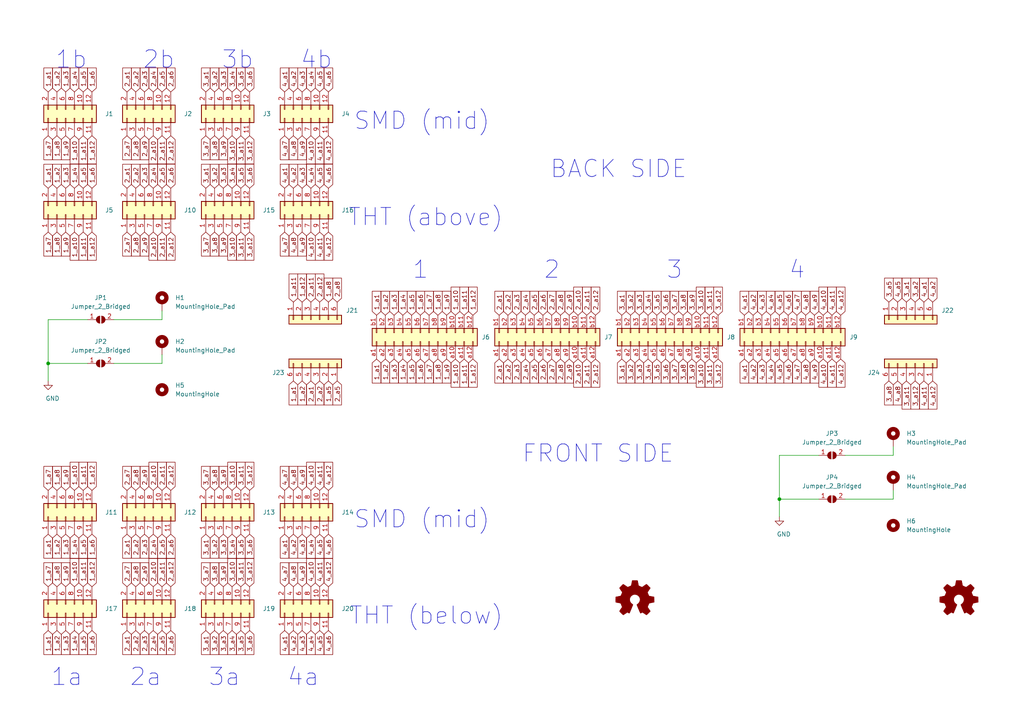
<source format=kicad_sch>
(kicad_sch (version 20210621) (generator eeschema)
  (paper "A4")
  (lib_symbols
    (symbol "Connector_Generic:Conn_01x06" (pin_names (offset 1.016) hide)
      (property "Reference" "J" (at 0 7.62 0))
      (property "Value" "Conn_01x06" (at 0 -10.16 0))
      (symbol "Conn_01x06_1_1"
        (pin passive line (at -5.08 5.08 0) (length 3.81) (name "Pin_1") (number "1"))
        (pin passive line (at -5.08 2.54 0) (length 3.81) (name "Pin_2") (number "2"))
        (pin passive line (at -5.08 0 0) (length 3.81) (name "Pin_3") (number "3"))
        (pin passive line (at -5.08 -2.54 0) (length 3.81) (name "Pin_4") (number "4"))
        (pin passive line (at -5.08 -5.08 0) (length 3.81) (name "Pin_5") (number "5"))
        (pin passive line (at -5.08 -7.62 0) (length 3.81) (name "Pin_6") (number "6"))
      )
    )
    (symbol "Connector_Generic:Conn_02x06_Odd_Even" (pin_names (offset 1.016) hide)
      (property "Reference" "J" (at 1.27 7.62 0))
      (property "Value" "Conn_02x06_Odd_Even" (at 1.27 -10.16 0))
      (symbol "Conn_02x06_Odd_Even_1_1"
        (pin passive line (at -5.08 5.08 0) (length 3.81) (name "Pin_1") (number "1"))
        (pin passive line (at 7.62 -5.08 180) (length 3.81) (name "Pin_10") (number "10"))
        (pin passive line (at -5.08 -7.62 0) (length 3.81) (name "Pin_11") (number "11"))
        (pin passive line (at 7.62 -7.62 180) (length 3.81) (name "Pin_12") (number "12"))
        (pin passive line (at 7.62 5.08 180) (length 3.81) (name "Pin_2") (number "2"))
        (pin passive line (at -5.08 2.54 0) (length 3.81) (name "Pin_3") (number "3"))
        (pin passive line (at 7.62 2.54 180) (length 3.81) (name "Pin_4") (number "4"))
        (pin passive line (at -5.08 0 0) (length 3.81) (name "Pin_5") (number "5"))
        (pin passive line (at 7.62 0 180) (length 3.81) (name "Pin_6") (number "6"))
        (pin passive line (at -5.08 -2.54 0) (length 3.81) (name "Pin_7") (number "7"))
        (pin passive line (at 7.62 -2.54 180) (length 3.81) (name "Pin_8") (number "8"))
        (pin passive line (at -5.08 -5.08 0) (length 3.81) (name "Pin_9") (number "9"))
      )
    )
    (symbol "Connector_Generic:Conn_02x12_Row_Letter_First" (pin_names (offset 1.016) hide)
      (property "Reference" "J" (at 1.27 15.24 0))
      (property "Value" "Conn_02x12_Row_Letter_First" (at 1.27 -17.78 0))
      (symbol "Conn_02x12_Row_Letter_First_1_1"
        (pin passive line (at -5.08 12.7 0) (length 3.81) (name "Pin_a1") (number "a1"))
        (pin passive line (at -5.08 -10.16 0) (length 3.81) (name "Pin_a10") (number "a10"))
        (pin passive line (at -5.08 -12.7 0) (length 3.81) (name "Pin_a11") (number "a11"))
        (pin passive line (at -5.08 -15.24 0) (length 3.81) (name "Pin_a12") (number "a12"))
        (pin passive line (at -5.08 10.16 0) (length 3.81) (name "Pin_a2") (number "a2"))
        (pin passive line (at -5.08 7.62 0) (length 3.81) (name "Pin_a3") (number "a3"))
        (pin passive line (at -5.08 5.08 0) (length 3.81) (name "Pin_a4") (number "a4"))
        (pin passive line (at -5.08 2.54 0) (length 3.81) (name "Pin_a5") (number "a5"))
        (pin passive line (at -5.08 0 0) (length 3.81) (name "Pin_a6") (number "a6"))
        (pin passive line (at -5.08 -2.54 0) (length 3.81) (name "Pin_a7") (number "a7"))
        (pin passive line (at -5.08 -5.08 0) (length 3.81) (name "Pin_a8") (number "a8"))
        (pin passive line (at -5.08 -7.62 0) (length 3.81) (name "Pin_a9") (number "a9"))
        (pin passive line (at 7.62 12.7 180) (length 3.81) (name "Pin_b1") (number "b1"))
        (pin passive line (at 7.62 -10.16 180) (length 3.81) (name "Pin_b10") (number "b10"))
        (pin passive line (at 7.62 -12.7 180) (length 3.81) (name "Pin_b11") (number "b11"))
        (pin passive line (at 7.62 -15.24 180) (length 3.81) (name "Pin_b12") (number "b12"))
        (pin passive line (at 7.62 10.16 180) (length 3.81) (name "Pin_b2") (number "b2"))
        (pin passive line (at 7.62 7.62 180) (length 3.81) (name "Pin_b3") (number "b3"))
        (pin passive line (at 7.62 5.08 180) (length 3.81) (name "Pin_b4") (number "b4"))
        (pin passive line (at 7.62 2.54 180) (length 3.81) (name "Pin_b5") (number "b5"))
        (pin passive line (at 7.62 0 180) (length 3.81) (name "Pin_b6") (number "b6"))
        (pin passive line (at 7.62 -2.54 180) (length 3.81) (name "Pin_b7") (number "b7"))
        (pin passive line (at 7.62 -5.08 180) (length 3.81) (name "Pin_b8") (number "b8"))
        (pin passive line (at 7.62 -7.62 180) (length 3.81) (name "Pin_b9") (number "b9"))
      )
    )
    (symbol "Graphic:Logo_Open_Hardware_Small" (pin_names (offset 1.016)))
    (symbol "Jumper:SolderJumper_2_Open" (pin_names (offset 0) hide)
      (property "Reference" "JP" (at 0 2.032 0))
      (property "Value" "SolderJumper_2_Open" (at 0 -2.54 0))
      (symbol "SolderJumper_2_Open_1_1"
        (pin passive line (at -3.81 0 0) (length 2.54) (name "A") (number "1"))
        (pin passive line (at 3.81 0 180) (length 2.54) (name "B") (number "2"))
      )
    )
    (symbol "Mechanical:MountingHole" (pin_names (offset 1.016))
      (property "Reference" "H" (at 0 5.08 0))
      (property "Value" "MountingHole" (at 0 3.175 0))
    )
    (symbol "Mechanical:MountingHole_Pad" (pin_numbers hide) (pin_names (offset 1.016) hide)
      (property "Reference" "H" (at 0 6.35 0))
      (property "Value" "MountingHole_Pad" (at 0 4.445 0))
      (symbol "MountingHole_Pad_1_1"
        (pin input line (at 0 -2.54 90) (length 2.54) (name "1") (number "1"))
      )
    )
    (symbol "power:GND" (power) (pin_names (offset 0))
      (property "Value" "GND" (at 0 -3.81 0))
      (symbol "GND_1_1"
        (pin power_in line (at 0 0 270) (length 0) hide (name "GND") (number "1"))
      )
    )
  )
  (junction (at 13.97 105.41) (diameter 0.9144))
  (junction (at 226.06 144.78) (diameter 0.9144))
  (wire (pts (xy 13.97 92.71) (xy 25.4 92.71)))
  (wire (pts (xy 13.97 105.41) (xy 13.97 92.71)))
  (wire (pts (xy 13.97 105.41) (xy 13.97 110.49)))
  (wire (pts (xy 13.97 105.41) (xy 25.4 105.41)))
  (wire (pts (xy 33.02 92.71) (xy 46.99 92.71)))
  (wire (pts (xy 33.02 105.41) (xy 46.99 105.41)))
  (wire (pts (xy 46.99 90.17) (xy 46.99 92.71)))
  (wire (pts (xy 46.99 102.87) (xy 46.99 105.41)))
  (wire (pts (xy 226.06 132.08) (xy 237.49 132.08)))
  (wire (pts (xy 226.06 144.78) (xy 226.06 132.08)))
  (wire (pts (xy 226.06 144.78) (xy 226.06 149.86)))
  (wire (pts (xy 226.06 144.78) (xy 237.49 144.78)))
  (wire (pts (xy 245.11 132.08) (xy 259.08 132.08)))
  (wire (pts (xy 245.11 144.78) (xy 259.08 144.78)))
  (wire (pts (xy 259.08 129.54) (xy 259.08 132.08)))
  (wire (pts (xy 259.08 142.24) (xy 259.08 144.78)))
  (text "1a" (at 24.13 199.39 180) (effects (font (size 5 5)) (justify right bottom)))
  (text "1b" (at 25.4 20.32 180) (effects (font (size 5 5)) (justify right bottom)))
  (text "2a" (at 46.99 199.39 180) (effects (font (size 5 5)) (justify right bottom)))
  (text "2b" (at 50.8 20.32 180) (effects (font (size 5 5)) (justify right bottom)))
  (text "3a" (at 69.85 199.39 180) (effects (font (size 5 5)) (justify right bottom)))
  (text "3b" (at 73.66 20.32 180) (effects (font (size 5 5)) (justify right bottom)))
  (text "4a" (at 92.71 199.39 180) (effects (font (size 5 5)) (justify right bottom)))
  (text "4b" (at 96.52 20.32 180) (effects (font (size 5 5)) (justify right bottom)))
  (text "1" (at 124.46 81.28 180) (effects (font (size 5 5)) (justify right bottom)))
  (text "SMD (mid)" (at 142.24 38.1 180) (effects (font (size 5 5)) (justify right bottom)))
  (text "SMD (mid)" (at 142.24 153.67 180) (effects (font (size 5 5)) (justify right bottom)))
  (text "THT (above)" (at 146.05 66.04 180) (effects (font (size 5 5)) (justify right bottom)))
  (text "THT (below)" (at 146.05 181.61 180) (effects (font (size 5 5)) (justify right bottom)))
  (text "2" (at 162.56 81.28 180) (effects (font (size 5 5)) (justify right bottom)))
  (text "FRONT SIDE" (at 195.58 134.62 180) (effects (font (size 5 5)) (justify right bottom)))
  (text "3" (at 198.12 81.28 180) (effects (font (size 5 5)) (justify right bottom)))
  (text "BACK SIDE" (at 199.39 52.07 180) (effects (font (size 5 5)) (justify right bottom)))
  (text "4" (at 233.68 81.28 180) (effects (font (size 5 5)) (justify right bottom)))
  (global_label "1_a1" (shape input) (at 13.97 26.67 90) (property "Intersheet References" "${INTERSHEET_REFS}" (effects hide)))
  (global_label "1_a7" (shape input) (at 13.97 39.37 270) (property "Intersheet References" "${INTERSHEET_REFS}" (effects hide)))
  (global_label "1_a1" (shape input) (at 13.97 54.61 90) (property "Intersheet References" "${INTERSHEET_REFS}" (effects hide)))
  (global_label "1_a7" (shape input) (at 13.97 67.31 270) (property "Intersheet References" "${INTERSHEET_REFS}" (effects hide)))
  (global_label "1_a7" (shape input) (at 13.97 142.24 90) (property "Intersheet References" "${INTERSHEET_REFS}" (effects hide)))
  (global_label "1_a1" (shape input) (at 13.97 154.94 270) (property "Intersheet References" "${INTERSHEET_REFS}" (effects hide)))
  (global_label "1_a7" (shape input) (at 13.97 170.18 90) (property "Intersheet References" "${INTERSHEET_REFS}" (effects hide)))
  (global_label "1_a1" (shape input) (at 13.97 182.88 270) (property "Intersheet References" "${INTERSHEET_REFS}" (effects hide)))
  (global_label "1_a2" (shape input) (at 16.51 26.67 90) (property "Intersheet References" "${INTERSHEET_REFS}" (effects hide)))
  (global_label "1_a8" (shape input) (at 16.51 39.37 270) (property "Intersheet References" "${INTERSHEET_REFS}" (effects hide)))
  (global_label "1_a2" (shape input) (at 16.51 54.61 90) (property "Intersheet References" "${INTERSHEET_REFS}" (effects hide)))
  (global_label "1_a8" (shape input) (at 16.51 67.31 270) (property "Intersheet References" "${INTERSHEET_REFS}" (effects hide)))
  (global_label "1_a8" (shape input) (at 16.51 142.24 90) (property "Intersheet References" "${INTERSHEET_REFS}" (effects hide)))
  (global_label "1_a2" (shape input) (at 16.51 154.94 270) (property "Intersheet References" "${INTERSHEET_REFS}" (effects hide)))
  (global_label "1_a8" (shape input) (at 16.51 170.18 90) (property "Intersheet References" "${INTERSHEET_REFS}" (effects hide)))
  (global_label "1_a2" (shape input) (at 16.51 182.88 270) (property "Intersheet References" "${INTERSHEET_REFS}" (effects hide)))
  (global_label "1_a3" (shape input) (at 19.05 26.67 90) (property "Intersheet References" "${INTERSHEET_REFS}" (effects hide)))
  (global_label "1_a9" (shape input) (at 19.05 39.37 270) (property "Intersheet References" "${INTERSHEET_REFS}" (effects hide)))
  (global_label "1_a3" (shape input) (at 19.05 54.61 90) (property "Intersheet References" "${INTERSHEET_REFS}" (effects hide)))
  (global_label "1_a9" (shape input) (at 19.05 67.31 270) (property "Intersheet References" "${INTERSHEET_REFS}" (effects hide)))
  (global_label "1_a9" (shape input) (at 19.05 142.24 90) (property "Intersheet References" "${INTERSHEET_REFS}" (effects hide)))
  (global_label "1_a3" (shape input) (at 19.05 154.94 270) (property "Intersheet References" "${INTERSHEET_REFS}" (effects hide)))
  (global_label "1_a9" (shape input) (at 19.05 170.18 90) (property "Intersheet References" "${INTERSHEET_REFS}" (effects hide)))
  (global_label "1_a3" (shape input) (at 19.05 182.88 270) (property "Intersheet References" "${INTERSHEET_REFS}" (effects hide)))
  (global_label "1_a4" (shape input) (at 21.59 26.67 90) (property "Intersheet References" "${INTERSHEET_REFS}" (effects hide)))
  (global_label "1_a10" (shape input) (at 21.59 39.37 270) (property "Intersheet References" "${INTERSHEET_REFS}" (effects hide)))
  (global_label "1_a4" (shape input) (at 21.59 54.61 90) (property "Intersheet References" "${INTERSHEET_REFS}" (effects hide)))
  (global_label "1_a10" (shape input) (at 21.59 67.31 270) (property "Intersheet References" "${INTERSHEET_REFS}" (effects hide)))
  (global_label "1_a10" (shape input) (at 21.59 142.24 90) (property "Intersheet References" "${INTERSHEET_REFS}" (effects hide)))
  (global_label "1_a4" (shape input) (at 21.59 154.94 270) (property "Intersheet References" "${INTERSHEET_REFS}" (effects hide)))
  (global_label "1_a10" (shape input) (at 21.59 170.18 90) (property "Intersheet References" "${INTERSHEET_REFS}" (effects hide)))
  (global_label "1_a4" (shape input) (at 21.59 182.88 270) (property "Intersheet References" "${INTERSHEET_REFS}" (effects hide)))
  (global_label "1_a5" (shape input) (at 24.13 26.67 90) (property "Intersheet References" "${INTERSHEET_REFS}" (effects hide)))
  (global_label "1_a11" (shape input) (at 24.13 39.37 270) (property "Intersheet References" "${INTERSHEET_REFS}" (effects hide)))
  (global_label "1_a5" (shape input) (at 24.13 54.61 90) (property "Intersheet References" "${INTERSHEET_REFS}" (effects hide)))
  (global_label "1_a11" (shape input) (at 24.13 67.31 270) (property "Intersheet References" "${INTERSHEET_REFS}" (effects hide)))
  (global_label "1_a11" (shape input) (at 24.13 142.24 90) (property "Intersheet References" "${INTERSHEET_REFS}" (effects hide)))
  (global_label "1_a5" (shape input) (at 24.13 154.94 270) (property "Intersheet References" "${INTERSHEET_REFS}" (effects hide)))
  (global_label "1_a11" (shape input) (at 24.13 170.18 90) (property "Intersheet References" "${INTERSHEET_REFS}" (effects hide)))
  (global_label "1_a5" (shape input) (at 24.13 182.88 270) (property "Intersheet References" "${INTERSHEET_REFS}" (effects hide)))
  (global_label "1_a6" (shape input) (at 26.67 26.67 90) (property "Intersheet References" "${INTERSHEET_REFS}" (effects hide)))
  (global_label "1_a12" (shape input) (at 26.67 39.37 270) (property "Intersheet References" "${INTERSHEET_REFS}" (effects hide)))
  (global_label "1_a6" (shape input) (at 26.67 54.61 90) (property "Intersheet References" "${INTERSHEET_REFS}" (effects hide)))
  (global_label "1_a12" (shape input) (at 26.67 67.31 270) (property "Intersheet References" "${INTERSHEET_REFS}" (effects hide)))
  (global_label "1_a12" (shape input) (at 26.67 142.24 90) (property "Intersheet References" "${INTERSHEET_REFS}" (effects hide)))
  (global_label "1_a6" (shape input) (at 26.67 154.94 270) (property "Intersheet References" "${INTERSHEET_REFS}" (effects hide)))
  (global_label "1_a12" (shape input) (at 26.67 170.18 90) (property "Intersheet References" "${INTERSHEET_REFS}" (effects hide)))
  (global_label "1_a6" (shape input) (at 26.67 182.88 270) (property "Intersheet References" "${INTERSHEET_REFS}" (effects hide)))
  (global_label "2_a1" (shape input) (at 36.83 26.67 90) (property "Intersheet References" "${INTERSHEET_REFS}" (effects hide)))
  (global_label "2_a7" (shape input) (at 36.83 39.37 270) (property "Intersheet References" "${INTERSHEET_REFS}" (effects hide)))
  (global_label "2_a1" (shape input) (at 36.83 54.61 90) (property "Intersheet References" "${INTERSHEET_REFS}" (effects hide)))
  (global_label "2_a7" (shape input) (at 36.83 67.31 270) (property "Intersheet References" "${INTERSHEET_REFS}" (effects hide)))
  (global_label "2_a7" (shape input) (at 36.83 142.24 90) (property "Intersheet References" "${INTERSHEET_REFS}" (effects hide)))
  (global_label "2_a1" (shape input) (at 36.83 154.94 270) (property "Intersheet References" "${INTERSHEET_REFS}" (effects hide)))
  (global_label "2_a7" (shape input) (at 36.83 170.18 90) (property "Intersheet References" "${INTERSHEET_REFS}" (effects hide)))
  (global_label "2_a1" (shape input) (at 36.83 182.88 270) (property "Intersheet References" "${INTERSHEET_REFS}" (effects hide)))
  (global_label "2_a2" (shape input) (at 39.37 26.67 90) (property "Intersheet References" "${INTERSHEET_REFS}" (effects hide)))
  (global_label "2_a8" (shape input) (at 39.37 39.37 270) (property "Intersheet References" "${INTERSHEET_REFS}" (effects hide)))
  (global_label "2_a2" (shape input) (at 39.37 54.61 90) (property "Intersheet References" "${INTERSHEET_REFS}" (effects hide)))
  (global_label "2_a8" (shape input) (at 39.37 67.31 270) (property "Intersheet References" "${INTERSHEET_REFS}" (effects hide)))
  (global_label "2_a8" (shape input) (at 39.37 142.24 90) (property "Intersheet References" "${INTERSHEET_REFS}" (effects hide)))
  (global_label "2_a2" (shape input) (at 39.37 154.94 270) (property "Intersheet References" "${INTERSHEET_REFS}" (effects hide)))
  (global_label "2_a8" (shape input) (at 39.37 170.18 90) (property "Intersheet References" "${INTERSHEET_REFS}" (effects hide)))
  (global_label "2_a2" (shape input) (at 39.37 182.88 270) (property "Intersheet References" "${INTERSHEET_REFS}" (effects hide)))
  (global_label "2_a3" (shape input) (at 41.91 26.67 90) (property "Intersheet References" "${INTERSHEET_REFS}" (effects hide)))
  (global_label "2_a9" (shape input) (at 41.91 39.37 270) (property "Intersheet References" "${INTERSHEET_REFS}" (effects hide)))
  (global_label "2_a3" (shape input) (at 41.91 54.61 90) (property "Intersheet References" "${INTERSHEET_REFS}" (effects hide)))
  (global_label "2_a9" (shape input) (at 41.91 67.31 270) (property "Intersheet References" "${INTERSHEET_REFS}" (effects hide)))
  (global_label "2_a9" (shape input) (at 41.91 142.24 90) (property "Intersheet References" "${INTERSHEET_REFS}" (effects hide)))
  (global_label "2_a3" (shape input) (at 41.91 154.94 270) (property "Intersheet References" "${INTERSHEET_REFS}" (effects hide)))
  (global_label "2_a9" (shape input) (at 41.91 170.18 90) (property "Intersheet References" "${INTERSHEET_REFS}" (effects hide)))
  (global_label "2_a3" (shape input) (at 41.91 182.88 270) (property "Intersheet References" "${INTERSHEET_REFS}" (effects hide)))
  (global_label "2_a4" (shape input) (at 44.45 26.67 90) (property "Intersheet References" "${INTERSHEET_REFS}" (effects hide)))
  (global_label "2_a10" (shape input) (at 44.45 39.37 270) (property "Intersheet References" "${INTERSHEET_REFS}" (effects hide)))
  (global_label "2_a4" (shape input) (at 44.45 54.61 90) (property "Intersheet References" "${INTERSHEET_REFS}" (effects hide)))
  (global_label "2_a10" (shape input) (at 44.45 67.31 270) (property "Intersheet References" "${INTERSHEET_REFS}" (effects hide)))
  (global_label "2_a10" (shape input) (at 44.45 142.24 90) (property "Intersheet References" "${INTERSHEET_REFS}" (effects hide)))
  (global_label "2_a4" (shape input) (at 44.45 154.94 270) (property "Intersheet References" "${INTERSHEET_REFS}" (effects hide)))
  (global_label "2_a10" (shape input) (at 44.45 170.18 90) (property "Intersheet References" "${INTERSHEET_REFS}" (effects hide)))
  (global_label "2_a4" (shape input) (at 44.45 182.88 270) (property "Intersheet References" "${INTERSHEET_REFS}" (effects hide)))
  (global_label "2_a5" (shape input) (at 46.99 26.67 90) (property "Intersheet References" "${INTERSHEET_REFS}" (effects hide)))
  (global_label "2_a11" (shape input) (at 46.99 39.37 270) (property "Intersheet References" "${INTERSHEET_REFS}" (effects hide)))
  (global_label "2_a5" (shape input) (at 46.99 54.61 90) (property "Intersheet References" "${INTERSHEET_REFS}" (effects hide)))
  (global_label "2_a11" (shape input) (at 46.99 67.31 270) (property "Intersheet References" "${INTERSHEET_REFS}" (effects hide)))
  (global_label "2_a11" (shape input) (at 46.99 142.24 90) (property "Intersheet References" "${INTERSHEET_REFS}" (effects hide)))
  (global_label "2_a5" (shape input) (at 46.99 154.94 270) (property "Intersheet References" "${INTERSHEET_REFS}" (effects hide)))
  (global_label "2_a11" (shape input) (at 46.99 170.18 90) (property "Intersheet References" "${INTERSHEET_REFS}" (effects hide)))
  (global_label "2_a5" (shape input) (at 46.99 182.88 270) (property "Intersheet References" "${INTERSHEET_REFS}" (effects hide)))
  (global_label "2_a6" (shape input) (at 49.53 26.67 90) (property "Intersheet References" "${INTERSHEET_REFS}" (effects hide)))
  (global_label "2_a12" (shape input) (at 49.53 39.37 270) (property "Intersheet References" "${INTERSHEET_REFS}" (effects hide)))
  (global_label "2_a6" (shape input) (at 49.53 54.61 90) (property "Intersheet References" "${INTERSHEET_REFS}" (effects hide)))
  (global_label "2_a12" (shape input) (at 49.53 67.31 270) (property "Intersheet References" "${INTERSHEET_REFS}" (effects hide)))
  (global_label "2_a12" (shape input) (at 49.53 142.24 90) (property "Intersheet References" "${INTERSHEET_REFS}" (effects hide)))
  (global_label "2_a6" (shape input) (at 49.53 154.94 270) (property "Intersheet References" "${INTERSHEET_REFS}" (effects hide)))
  (global_label "2_a12" (shape input) (at 49.53 170.18 90) (property "Intersheet References" "${INTERSHEET_REFS}" (effects hide)))
  (global_label "2_a6" (shape input) (at 49.53 182.88 270) (property "Intersheet References" "${INTERSHEET_REFS}" (effects hide)))
  (global_label "3_a1" (shape input) (at 59.69 26.67 90) (property "Intersheet References" "${INTERSHEET_REFS}" (effects hide)))
  (global_label "3_a7" (shape input) (at 59.69 39.37 270) (property "Intersheet References" "${INTERSHEET_REFS}" (effects hide)))
  (global_label "3_a1" (shape input) (at 59.69 54.61 90) (property "Intersheet References" "${INTERSHEET_REFS}" (effects hide)))
  (global_label "3_a7" (shape input) (at 59.69 67.31 270) (property "Intersheet References" "${INTERSHEET_REFS}" (effects hide)))
  (global_label "3_a7" (shape input) (at 59.69 142.24 90) (property "Intersheet References" "${INTERSHEET_REFS}" (effects hide)))
  (global_label "3_a1" (shape input) (at 59.69 154.94 270) (property "Intersheet References" "${INTERSHEET_REFS}" (effects hide)))
  (global_label "3_a7" (shape input) (at 59.69 170.18 90) (property "Intersheet References" "${INTERSHEET_REFS}" (effects hide)))
  (global_label "3_a1" (shape input) (at 59.69 182.88 270) (property "Intersheet References" "${INTERSHEET_REFS}" (effects hide)))
  (global_label "3_a2" (shape input) (at 62.23 26.67 90) (property "Intersheet References" "${INTERSHEET_REFS}" (effects hide)))
  (global_label "3_a8" (shape input) (at 62.23 39.37 270) (property "Intersheet References" "${INTERSHEET_REFS}" (effects hide)))
  (global_label "3_a2" (shape input) (at 62.23 54.61 90) (property "Intersheet References" "${INTERSHEET_REFS}" (effects hide)))
  (global_label "3_a8" (shape input) (at 62.23 67.31 270) (property "Intersheet References" "${INTERSHEET_REFS}" (effects hide)))
  (global_label "3_a8" (shape input) (at 62.23 142.24 90) (property "Intersheet References" "${INTERSHEET_REFS}" (effects hide)))
  (global_label "3_a2" (shape input) (at 62.23 154.94 270) (property "Intersheet References" "${INTERSHEET_REFS}" (effects hide)))
  (global_label "3_a8" (shape input) (at 62.23 170.18 90) (property "Intersheet References" "${INTERSHEET_REFS}" (effects hide)))
  (global_label "3_a2" (shape input) (at 62.23 182.88 270) (property "Intersheet References" "${INTERSHEET_REFS}" (effects hide)))
  (global_label "3_a3" (shape input) (at 64.77 26.67 90) (property "Intersheet References" "${INTERSHEET_REFS}" (effects hide)))
  (global_label "3_a9" (shape input) (at 64.77 39.37 270) (property "Intersheet References" "${INTERSHEET_REFS}" (effects hide)))
  (global_label "3_a3" (shape input) (at 64.77 54.61 90) (property "Intersheet References" "${INTERSHEET_REFS}" (effects hide)))
  (global_label "3_a9" (shape input) (at 64.77 67.31 270) (property "Intersheet References" "${INTERSHEET_REFS}" (effects hide)))
  (global_label "3_a9" (shape input) (at 64.77 142.24 90) (property "Intersheet References" "${INTERSHEET_REFS}" (effects hide)))
  (global_label "3_a3" (shape input) (at 64.77 154.94 270) (property "Intersheet References" "${INTERSHEET_REFS}" (effects hide)))
  (global_label "3_a9" (shape input) (at 64.77 170.18 90) (property "Intersheet References" "${INTERSHEET_REFS}" (effects hide)))
  (global_label "3_a3" (shape input) (at 64.77 182.88 270) (property "Intersheet References" "${INTERSHEET_REFS}" (effects hide)))
  (global_label "3_a4" (shape input) (at 67.31 26.67 90) (property "Intersheet References" "${INTERSHEET_REFS}" (effects hide)))
  (global_label "3_a10" (shape input) (at 67.31 39.37 270) (property "Intersheet References" "${INTERSHEET_REFS}" (effects hide)))
  (global_label "3_a4" (shape input) (at 67.31 54.61 90) (property "Intersheet References" "${INTERSHEET_REFS}" (effects hide)))
  (global_label "3_a10" (shape input) (at 67.31 67.31 270) (property "Intersheet References" "${INTERSHEET_REFS}" (effects hide)))
  (global_label "3_a10" (shape input) (at 67.31 142.24 90) (property "Intersheet References" "${INTERSHEET_REFS}" (effects hide)))
  (global_label "3_a4" (shape input) (at 67.31 154.94 270) (property "Intersheet References" "${INTERSHEET_REFS}" (effects hide)))
  (global_label "3_a10" (shape input) (at 67.31 170.18 90) (property "Intersheet References" "${INTERSHEET_REFS}" (effects hide)))
  (global_label "3_a4" (shape input) (at 67.31 182.88 270) (property "Intersheet References" "${INTERSHEET_REFS}" (effects hide)))
  (global_label "3_a5" (shape input) (at 69.85 26.67 90) (property "Intersheet References" "${INTERSHEET_REFS}" (effects hide)))
  (global_label "3_a11" (shape input) (at 69.85 39.37 270) (property "Intersheet References" "${INTERSHEET_REFS}" (effects hide)))
  (global_label "3_a5" (shape input) (at 69.85 54.61 90) (property "Intersheet References" "${INTERSHEET_REFS}" (effects hide)))
  (global_label "3_a11" (shape input) (at 69.85 67.31 270) (property "Intersheet References" "${INTERSHEET_REFS}" (effects hide)))
  (global_label "3_a11" (shape input) (at 69.85 142.24 90) (property "Intersheet References" "${INTERSHEET_REFS}" (effects hide)))
  (global_label "3_a5" (shape input) (at 69.85 154.94 270) (property "Intersheet References" "${INTERSHEET_REFS}" (effects hide)))
  (global_label "3_a11" (shape input) (at 69.85 170.18 90) (property "Intersheet References" "${INTERSHEET_REFS}" (effects hide)))
  (global_label "3_a5" (shape input) (at 69.85 182.88 270) (property "Intersheet References" "${INTERSHEET_REFS}" (effects hide)))
  (global_label "3_a6" (shape input) (at 72.39 26.67 90) (property "Intersheet References" "${INTERSHEET_REFS}" (effects hide)))
  (global_label "3_a12" (shape input) (at 72.39 39.37 270) (property "Intersheet References" "${INTERSHEET_REFS}" (effects hide)))
  (global_label "3_a6" (shape input) (at 72.39 54.61 90) (property "Intersheet References" "${INTERSHEET_REFS}" (effects hide)))
  (global_label "3_a12" (shape input) (at 72.39 67.31 270) (property "Intersheet References" "${INTERSHEET_REFS}" (effects hide)))
  (global_label "3_a12" (shape input) (at 72.39 142.24 90) (property "Intersheet References" "${INTERSHEET_REFS}" (effects hide)))
  (global_label "3_a6" (shape input) (at 72.39 154.94 270) (property "Intersheet References" "${INTERSHEET_REFS}" (effects hide)))
  (global_label "3_a12" (shape input) (at 72.39 170.18 90) (property "Intersheet References" "${INTERSHEET_REFS}" (effects hide)))
  (global_label "3_a6" (shape input) (at 72.39 182.88 270) (property "Intersheet References" "${INTERSHEET_REFS}" (effects hide)))
  (global_label "4_a1" (shape input) (at 82.55 26.67 90) (property "Intersheet References" "${INTERSHEET_REFS}" (effects hide)))
  (global_label "4_a7" (shape input) (at 82.55 39.37 270) (property "Intersheet References" "${INTERSHEET_REFS}" (effects hide)))
  (global_label "4_a1" (shape input) (at 82.55 54.61 90) (property "Intersheet References" "${INTERSHEET_REFS}" (effects hide)))
  (global_label "4_a7" (shape input) (at 82.55 67.31 270) (property "Intersheet References" "${INTERSHEET_REFS}" (effects hide)))
  (global_label "4_a7" (shape input) (at 82.55 142.24 90) (property "Intersheet References" "${INTERSHEET_REFS}" (effects hide)))
  (global_label "4_a1" (shape input) (at 82.55 154.94 270) (property "Intersheet References" "${INTERSHEET_REFS}" (effects hide)))
  (global_label "4_a7" (shape input) (at 82.55 170.18 90) (property "Intersheet References" "${INTERSHEET_REFS}" (effects hide)))
  (global_label "4_a1" (shape input) (at 82.55 182.88 270) (property "Intersheet References" "${INTERSHEET_REFS}" (effects hide)))
  (global_label "4_a2" (shape input) (at 85.09 26.67 90) (property "Intersheet References" "${INTERSHEET_REFS}" (effects hide)))
  (global_label "4_a8" (shape input) (at 85.09 39.37 270) (property "Intersheet References" "${INTERSHEET_REFS}" (effects hide)))
  (global_label "4_a2" (shape input) (at 85.09 54.61 90) (property "Intersheet References" "${INTERSHEET_REFS}" (effects hide)))
  (global_label "4_a8" (shape input) (at 85.09 67.31 270) (property "Intersheet References" "${INTERSHEET_REFS}" (effects hide)))
  (global_label "1_a11" (shape input) (at 85.09 87.63 90) (property "Intersheet References" "${INTERSHEET_REFS}" (effects hide)))
  (global_label "1_a1" (shape input) (at 85.09 110.49 270) (property "Intersheet References" "${INTERSHEET_REFS}" (effects hide)))
  (global_label "4_a8" (shape input) (at 85.09 142.24 90) (property "Intersheet References" "${INTERSHEET_REFS}" (effects hide)))
  (global_label "4_a2" (shape input) (at 85.09 154.94 270) (property "Intersheet References" "${INTERSHEET_REFS}" (effects hide)))
  (global_label "4_a8" (shape input) (at 85.09 170.18 90) (property "Intersheet References" "${INTERSHEET_REFS}" (effects hide)))
  (global_label "4_a2" (shape input) (at 85.09 182.88 270) (property "Intersheet References" "${INTERSHEET_REFS}" (effects hide)))
  (global_label "4_a3" (shape input) (at 87.63 26.67 90) (property "Intersheet References" "${INTERSHEET_REFS}" (effects hide)))
  (global_label "4_a9" (shape input) (at 87.63 39.37 270) (property "Intersheet References" "${INTERSHEET_REFS}" (effects hide)))
  (global_label "4_a3" (shape input) (at 87.63 54.61 90) (property "Intersheet References" "${INTERSHEET_REFS}" (effects hide)))
  (global_label "4_a9" (shape input) (at 87.63 67.31 270) (property "Intersheet References" "${INTERSHEET_REFS}" (effects hide)))
  (global_label "1_a12" (shape input) (at 87.63 87.63 90) (property "Intersheet References" "${INTERSHEET_REFS}" (effects hide)))
  (global_label "1_a2" (shape input) (at 87.63 110.49 270) (property "Intersheet References" "${INTERSHEET_REFS}" (effects hide)))
  (global_label "4_a9" (shape input) (at 87.63 142.24 90) (property "Intersheet References" "${INTERSHEET_REFS}" (effects hide)))
  (global_label "4_a3" (shape input) (at 87.63 154.94 270) (property "Intersheet References" "${INTERSHEET_REFS}" (effects hide)))
  (global_label "4_a9" (shape input) (at 87.63 170.18 90) (property "Intersheet References" "${INTERSHEET_REFS}" (effects hide)))
  (global_label "4_a3" (shape input) (at 87.63 182.88 270) (property "Intersheet References" "${INTERSHEET_REFS}" (effects hide)))
  (global_label "4_a4" (shape input) (at 90.17 26.67 90) (property "Intersheet References" "${INTERSHEET_REFS}" (effects hide)))
  (global_label "4_a10" (shape input) (at 90.17 39.37 270) (property "Intersheet References" "${INTERSHEET_REFS}" (effects hide)))
  (global_label "4_a4" (shape input) (at 90.17 54.61 90) (property "Intersheet References" "${INTERSHEET_REFS}" (effects hide)))
  (global_label "4_a10" (shape input) (at 90.17 67.31 270) (property "Intersheet References" "${INTERSHEET_REFS}" (effects hide)))
  (global_label "2_a11" (shape input) (at 90.17 87.63 90) (property "Intersheet References" "${INTERSHEET_REFS}" (effects hide)))
  (global_label "2_a1" (shape input) (at 90.17 110.49 270) (property "Intersheet References" "${INTERSHEET_REFS}" (effects hide)))
  (global_label "4_a10" (shape input) (at 90.17 142.24 90) (property "Intersheet References" "${INTERSHEET_REFS}" (effects hide)))
  (global_label "4_a4" (shape input) (at 90.17 154.94 270) (property "Intersheet References" "${INTERSHEET_REFS}" (effects hide)))
  (global_label "4_a10" (shape input) (at 90.17 170.18 90) (property "Intersheet References" "${INTERSHEET_REFS}" (effects hide)))
  (global_label "4_a4" (shape input) (at 90.17 182.88 270) (property "Intersheet References" "${INTERSHEET_REFS}" (effects hide)))
  (global_label "4_a5" (shape input) (at 92.71 26.67 90) (property "Intersheet References" "${INTERSHEET_REFS}" (effects hide)))
  (global_label "4_a11" (shape input) (at 92.71 39.37 270) (property "Intersheet References" "${INTERSHEET_REFS}" (effects hide)))
  (global_label "4_a5" (shape input) (at 92.71 54.61 90) (property "Intersheet References" "${INTERSHEET_REFS}" (effects hide)))
  (global_label "4_a11" (shape input) (at 92.71 67.31 270) (property "Intersheet References" "${INTERSHEET_REFS}" (effects hide)))
  (global_label "2_a12" (shape input) (at 92.71 87.63 90) (property "Intersheet References" "${INTERSHEET_REFS}" (effects hide)))
  (global_label "2_a2" (shape input) (at 92.71 110.49 270) (property "Intersheet References" "${INTERSHEET_REFS}" (effects hide)))
  (global_label "4_a11" (shape input) (at 92.71 142.24 90) (property "Intersheet References" "${INTERSHEET_REFS}" (effects hide)))
  (global_label "4_a5" (shape input) (at 92.71 154.94 270) (property "Intersheet References" "${INTERSHEET_REFS}" (effects hide)))
  (global_label "4_a11" (shape input) (at 92.71 170.18 90) (property "Intersheet References" "${INTERSHEET_REFS}" (effects hide)))
  (global_label "4_a5" (shape input) (at 92.71 182.88 270) (property "Intersheet References" "${INTERSHEET_REFS}" (effects hide)))
  (global_label "4_a6" (shape input) (at 95.25 26.67 90) (property "Intersheet References" "${INTERSHEET_REFS}" (effects hide)))
  (global_label "4_a12" (shape input) (at 95.25 39.37 270) (property "Intersheet References" "${INTERSHEET_REFS}" (effects hide)))
  (global_label "4_a6" (shape input) (at 95.25 54.61 90) (property "Intersheet References" "${INTERSHEET_REFS}" (effects hide)))
  (global_label "4_a12" (shape input) (at 95.25 67.31 270) (property "Intersheet References" "${INTERSHEET_REFS}" (effects hide)))
  (global_label "1_a8" (shape input) (at 95.25 87.63 90) (property "Intersheet References" "${INTERSHEET_REFS}" (effects hide)))
  (global_label "1_a5" (shape input) (at 95.25 110.49 270) (property "Intersheet References" "${INTERSHEET_REFS}" (effects hide)))
  (global_label "4_a12" (shape input) (at 95.25 142.24 90) (property "Intersheet References" "${INTERSHEET_REFS}" (effects hide)))
  (global_label "4_a6" (shape input) (at 95.25 154.94 270) (property "Intersheet References" "${INTERSHEET_REFS}" (effects hide)))
  (global_label "4_a12" (shape input) (at 95.25 170.18 90) (property "Intersheet References" "${INTERSHEET_REFS}" (effects hide)))
  (global_label "4_a6" (shape input) (at 95.25 182.88 270) (property "Intersheet References" "${INTERSHEET_REFS}" (effects hide)))
  (global_label "2_a8" (shape input) (at 97.79 87.63 90) (property "Intersheet References" "${INTERSHEET_REFS}" (effects hide)))
  (global_label "2_a5" (shape input) (at 97.79 110.49 270) (property "Intersheet References" "${INTERSHEET_REFS}" (effects hide)))
  (global_label "1_a1" (shape input) (at 109.22 91.44 90) (property "Intersheet References" "${INTERSHEET_REFS}" (effects hide)))
  (global_label "1_a1" (shape input) (at 109.22 104.14 270) (property "Intersheet References" "${INTERSHEET_REFS}" (effects hide)))
  (global_label "1_a2" (shape input) (at 111.76 91.44 90) (property "Intersheet References" "${INTERSHEET_REFS}" (effects hide)))
  (global_label "1_a2" (shape input) (at 111.76 104.14 270) (property "Intersheet References" "${INTERSHEET_REFS}" (effects hide)))
  (global_label "1_a3" (shape input) (at 114.3 91.44 90) (property "Intersheet References" "${INTERSHEET_REFS}" (effects hide)))
  (global_label "1_a3" (shape input) (at 114.3 104.14 270) (property "Intersheet References" "${INTERSHEET_REFS}" (effects hide)))
  (global_label "1_a4" (shape input) (at 116.84 91.44 90) (property "Intersheet References" "${INTERSHEET_REFS}" (effects hide)))
  (global_label "1_a4" (shape input) (at 116.84 104.14 270) (property "Intersheet References" "${INTERSHEET_REFS}" (effects hide)))
  (global_label "1_a5" (shape input) (at 119.38 91.44 90) (property "Intersheet References" "${INTERSHEET_REFS}" (effects hide)))
  (global_label "1_a5" (shape input) (at 119.38 104.14 270) (property "Intersheet References" "${INTERSHEET_REFS}" (effects hide)))
  (global_label "1_a6" (shape input) (at 121.92 91.44 90) (property "Intersheet References" "${INTERSHEET_REFS}" (effects hide)))
  (global_label "1_a6" (shape input) (at 121.92 104.14 270) (property "Intersheet References" "${INTERSHEET_REFS}" (effects hide)))
  (global_label "1_a7" (shape input) (at 124.46 91.44 90) (property "Intersheet References" "${INTERSHEET_REFS}" (effects hide)))
  (global_label "1_a7" (shape input) (at 124.46 104.14 270) (property "Intersheet References" "${INTERSHEET_REFS}" (effects hide)))
  (global_label "1_a8" (shape input) (at 127 91.44 90) (property "Intersheet References" "${INTERSHEET_REFS}" (effects hide)))
  (global_label "1_a8" (shape input) (at 127 104.14 270) (property "Intersheet References" "${INTERSHEET_REFS}" (effects hide)))
  (global_label "1_a9" (shape input) (at 129.54 91.44 90) (property "Intersheet References" "${INTERSHEET_REFS}" (effects hide)))
  (global_label "1_a9" (shape input) (at 129.54 104.14 270) (property "Intersheet References" "${INTERSHEET_REFS}" (effects hide)))
  (global_label "1_a10" (shape input) (at 132.08 91.44 90) (property "Intersheet References" "${INTERSHEET_REFS}" (effects hide)))
  (global_label "1_a10" (shape input) (at 132.08 104.14 270) (property "Intersheet References" "${INTERSHEET_REFS}" (effects hide)))
  (global_label "1_a11" (shape input) (at 134.62 91.44 90) (property "Intersheet References" "${INTERSHEET_REFS}" (effects hide)))
  (global_label "1_a11" (shape input) (at 134.62 104.14 270) (property "Intersheet References" "${INTERSHEET_REFS}" (effects hide)))
  (global_label "1_a12" (shape input) (at 137.16 91.44 90) (property "Intersheet References" "${INTERSHEET_REFS}" (effects hide)))
  (global_label "1_a12" (shape input) (at 137.16 104.14 270) (property "Intersheet References" "${INTERSHEET_REFS}" (effects hide)))
  (global_label "2_a1" (shape input) (at 144.78 91.44 90) (property "Intersheet References" "${INTERSHEET_REFS}" (effects hide)))
  (global_label "2_a1" (shape input) (at 144.78 104.14 270) (property "Intersheet References" "${INTERSHEET_REFS}" (effects hide)))
  (global_label "2_a2" (shape input) (at 147.32 91.44 90) (property "Intersheet References" "${INTERSHEET_REFS}" (effects hide)))
  (global_label "2_a2" (shape input) (at 147.32 104.14 270) (property "Intersheet References" "${INTERSHEET_REFS}" (effects hide)))
  (global_label "2_a3" (shape input) (at 149.86 91.44 90) (property "Intersheet References" "${INTERSHEET_REFS}" (effects hide)))
  (global_label "2_a3" (shape input) (at 149.86 104.14 270) (property "Intersheet References" "${INTERSHEET_REFS}" (effects hide)))
  (global_label "2_a4" (shape input) (at 152.4 91.44 90) (property "Intersheet References" "${INTERSHEET_REFS}" (effects hide)))
  (global_label "2_a4" (shape input) (at 152.4 104.14 270) (property "Intersheet References" "${INTERSHEET_REFS}" (effects hide)))
  (global_label "2_a5" (shape input) (at 154.94 91.44 90) (property "Intersheet References" "${INTERSHEET_REFS}" (effects hide)))
  (global_label "2_a5" (shape input) (at 154.94 104.14 270) (property "Intersheet References" "${INTERSHEET_REFS}" (effects hide)))
  (global_label "2_a6" (shape input) (at 157.48 91.44 90) (property "Intersheet References" "${INTERSHEET_REFS}" (effects hide)))
  (global_label "2_a6" (shape input) (at 157.48 104.14 270) (property "Intersheet References" "${INTERSHEET_REFS}" (effects hide)))
  (global_label "2_a7" (shape input) (at 160.02 91.44 90) (property "Intersheet References" "${INTERSHEET_REFS}" (effects hide)))
  (global_label "2_a7" (shape input) (at 160.02 104.14 270) (property "Intersheet References" "${INTERSHEET_REFS}" (effects hide)))
  (global_label "2_a8" (shape input) (at 162.56 91.44 90) (property "Intersheet References" "${INTERSHEET_REFS}" (effects hide)))
  (global_label "2_a8" (shape input) (at 162.56 104.14 270) (property "Intersheet References" "${INTERSHEET_REFS}" (effects hide)))
  (global_label "2_a9" (shape input) (at 165.1 91.44 90) (property "Intersheet References" "${INTERSHEET_REFS}" (effects hide)))
  (global_label "2_a9" (shape input) (at 165.1 104.14 270) (property "Intersheet References" "${INTERSHEET_REFS}" (effects hide)))
  (global_label "2_a10" (shape input) (at 167.64 91.44 90) (property "Intersheet References" "${INTERSHEET_REFS}" (effects hide)))
  (global_label "2_a10" (shape input) (at 167.64 104.14 270) (property "Intersheet References" "${INTERSHEET_REFS}" (effects hide)))
  (global_label "2_a11" (shape input) (at 170.18 91.44 90) (property "Intersheet References" "${INTERSHEET_REFS}" (effects hide)))
  (global_label "2_a11" (shape input) (at 170.18 104.14 270) (property "Intersheet References" "${INTERSHEET_REFS}" (effects hide)))
  (global_label "2_a12" (shape input) (at 172.72 91.44 90) (property "Intersheet References" "${INTERSHEET_REFS}" (effects hide)))
  (global_label "2_a12" (shape input) (at 172.72 104.14 270) (property "Intersheet References" "${INTERSHEET_REFS}" (effects hide)))
  (global_label "3_a1" (shape input) (at 180.34 91.44 90) (property "Intersheet References" "${INTERSHEET_REFS}" (effects hide)))
  (global_label "3_a1" (shape input) (at 180.34 104.14 270) (property "Intersheet References" "${INTERSHEET_REFS}" (effects hide)))
  (global_label "3_a2" (shape input) (at 182.88 91.44 90) (property "Intersheet References" "${INTERSHEET_REFS}" (effects hide)))
  (global_label "3_a2" (shape input) (at 182.88 104.14 270) (property "Intersheet References" "${INTERSHEET_REFS}" (effects hide)))
  (global_label "3_a3" (shape input) (at 185.42 91.44 90) (property "Intersheet References" "${INTERSHEET_REFS}" (effects hide)))
  (global_label "3_a3" (shape input) (at 185.42 104.14 270) (property "Intersheet References" "${INTERSHEET_REFS}" (effects hide)))
  (global_label "3_a4" (shape input) (at 187.96 91.44 90) (property "Intersheet References" "${INTERSHEET_REFS}" (effects hide)))
  (global_label "3_a4" (shape input) (at 187.96 104.14 270) (property "Intersheet References" "${INTERSHEET_REFS}" (effects hide)))
  (global_label "3_a5" (shape input) (at 190.5 91.44 90) (property "Intersheet References" "${INTERSHEET_REFS}" (effects hide)))
  (global_label "3_a5" (shape input) (at 190.5 104.14 270) (property "Intersheet References" "${INTERSHEET_REFS}" (effects hide)))
  (global_label "3_a6" (shape input) (at 193.04 91.44 90) (property "Intersheet References" "${INTERSHEET_REFS}" (effects hide)))
  (global_label "3_a6" (shape input) (at 193.04 104.14 270) (property "Intersheet References" "${INTERSHEET_REFS}" (effects hide)))
  (global_label "3_a7" (shape input) (at 195.58 91.44 90) (property "Intersheet References" "${INTERSHEET_REFS}" (effects hide)))
  (global_label "3_a7" (shape input) (at 195.58 104.14 270) (property "Intersheet References" "${INTERSHEET_REFS}" (effects hide)))
  (global_label "3_a8" (shape input) (at 198.12 91.44 90) (property "Intersheet References" "${INTERSHEET_REFS}" (effects hide)))
  (global_label "3_a8" (shape input) (at 198.12 104.14 270) (property "Intersheet References" "${INTERSHEET_REFS}" (effects hide)))
  (global_label "3_a9" (shape input) (at 200.66 91.44 90) (property "Intersheet References" "${INTERSHEET_REFS}" (effects hide)))
  (global_label "3_a9" (shape input) (at 200.66 104.14 270) (property "Intersheet References" "${INTERSHEET_REFS}" (effects hide)))
  (global_label "3_a10" (shape input) (at 203.2 91.44 90) (property "Intersheet References" "${INTERSHEET_REFS}" (effects hide)))
  (global_label "3_a10" (shape input) (at 203.2 104.14 270) (property "Intersheet References" "${INTERSHEET_REFS}" (effects hide)))
  (global_label "3_a11" (shape input) (at 205.74 91.44 90) (property "Intersheet References" "${INTERSHEET_REFS}" (effects hide)))
  (global_label "3_a11" (shape input) (at 205.74 104.14 270) (property "Intersheet References" "${INTERSHEET_REFS}" (effects hide)))
  (global_label "3_a12" (shape input) (at 208.28 91.44 90) (property "Intersheet References" "${INTERSHEET_REFS}" (effects hide)))
  (global_label "3_a12" (shape input) (at 208.28 104.14 270) (property "Intersheet References" "${INTERSHEET_REFS}" (effects hide)))
  (global_label "4_a1" (shape input) (at 215.9 91.44 90) (property "Intersheet References" "${INTERSHEET_REFS}" (effects hide)))
  (global_label "4_a1" (shape input) (at 215.9 104.14 270) (property "Intersheet References" "${INTERSHEET_REFS}" (effects hide)))
  (global_label "4_a2" (shape input) (at 218.44 91.44 90) (property "Intersheet References" "${INTERSHEET_REFS}" (effects hide)))
  (global_label "4_a2" (shape input) (at 218.44 104.14 270) (property "Intersheet References" "${INTERSHEET_REFS}" (effects hide)))
  (global_label "4_a3" (shape input) (at 220.98 91.44 90) (property "Intersheet References" "${INTERSHEET_REFS}" (effects hide)))
  (global_label "4_a3" (shape input) (at 220.98 104.14 270) (property "Intersheet References" "${INTERSHEET_REFS}" (effects hide)))
  (global_label "4_a4" (shape input) (at 223.52 91.44 90) (property "Intersheet References" "${INTERSHEET_REFS}" (effects hide)))
  (global_label "4_a4" (shape input) (at 223.52 104.14 270) (property "Intersheet References" "${INTERSHEET_REFS}" (effects hide)))
  (global_label "4_a5" (shape input) (at 226.06 91.44 90) (property "Intersheet References" "${INTERSHEET_REFS}" (effects hide)))
  (global_label "4_a5" (shape input) (at 226.06 104.14 270) (property "Intersheet References" "${INTERSHEET_REFS}" (effects hide)))
  (global_label "4_a6" (shape input) (at 228.6 91.44 90) (property "Intersheet References" "${INTERSHEET_REFS}" (effects hide)))
  (global_label "4_a6" (shape input) (at 228.6 104.14 270) (property "Intersheet References" "${INTERSHEET_REFS}" (effects hide)))
  (global_label "4_a7" (shape input) (at 231.14 91.44 90) (property "Intersheet References" "${INTERSHEET_REFS}" (effects hide)))
  (global_label "4_a7" (shape input) (at 231.14 104.14 270) (property "Intersheet References" "${INTERSHEET_REFS}" (effects hide)))
  (global_label "4_a8" (shape input) (at 233.68 91.44 90) (property "Intersheet References" "${INTERSHEET_REFS}" (effects hide)))
  (global_label "4_a8" (shape input) (at 233.68 104.14 270) (property "Intersheet References" "${INTERSHEET_REFS}" (effects hide)))
  (global_label "4_a9" (shape input) (at 236.22 91.44 90) (property "Intersheet References" "${INTERSHEET_REFS}" (effects hide)))
  (global_label "4_a9" (shape input) (at 236.22 104.14 270) (property "Intersheet References" "${INTERSHEET_REFS}" (effects hide)))
  (global_label "4_a10" (shape input) (at 238.76 91.44 90) (property "Intersheet References" "${INTERSHEET_REFS}" (effects hide)))
  (global_label "4_a10" (shape input) (at 238.76 104.14 270) (property "Intersheet References" "${INTERSHEET_REFS}" (effects hide)))
  (global_label "4_a11" (shape input) (at 241.3 91.44 90) (property "Intersheet References" "${INTERSHEET_REFS}" (effects hide)))
  (global_label "4_a11" (shape input) (at 241.3 104.14 270) (property "Intersheet References" "${INTERSHEET_REFS}" (effects hide)))
  (global_label "4_a12" (shape input) (at 243.84 91.44 90) (property "Intersheet References" "${INTERSHEET_REFS}" (effects hide)))
  (global_label "4_a12" (shape input) (at 243.84 104.14 270) (property "Intersheet References" "${INTERSHEET_REFS}" (effects hide)))
  (global_label "3_a5" (shape input) (at 257.81 87.63 90) (property "Intersheet References" "${INTERSHEET_REFS}" (effects hide)))
  (global_label "3_a8" (shape input) (at 257.81 110.49 270) (property "Intersheet References" "${INTERSHEET_REFS}" (effects hide)))
  (global_label "4_a5" (shape input) (at 260.35 87.63 90) (property "Intersheet References" "${INTERSHEET_REFS}" (effects hide)))
  (global_label "4_a8" (shape input) (at 260.35 110.49 270) (property "Intersheet References" "${INTERSHEET_REFS}" (effects hide)))
  (global_label "3_a1" (shape input) (at 262.89 87.63 90) (property "Intersheet References" "${INTERSHEET_REFS}" (effects hide)))
  (global_label "3_a11" (shape input) (at 262.89 110.49 270) (property "Intersheet References" "${INTERSHEET_REFS}" (effects hide)))
  (global_label "3_a2" (shape input) (at 265.43 87.63 90) (property "Intersheet References" "${INTERSHEET_REFS}" (effects hide)))
  (global_label "3_a12" (shape input) (at 265.43 110.49 270) (property "Intersheet References" "${INTERSHEET_REFS}" (effects hide)))
  (global_label "4_a1" (shape input) (at 267.97 87.63 90) (property "Intersheet References" "${INTERSHEET_REFS}" (effects hide)))
  (global_label "4_a11" (shape input) (at 267.97 110.49 270) (property "Intersheet References" "${INTERSHEET_REFS}" (effects hide)))
  (global_label "4_a2" (shape input) (at 270.51 87.63 90) (property "Intersheet References" "${INTERSHEET_REFS}" (effects hide)))
  (global_label "4_a12" (shape input) (at 270.51 110.49 270) (property "Intersheet References" "${INTERSHEET_REFS}" (effects hide)))
  (symbol (lib_id "power:GND") (at 13.97 110.49 0) (unit 1)
    (property "Reference" "#PWR0101" (effects hide))
    (property "Value" "GND" (at 15.24 115.57 0))
  )
  (symbol (lib_id "power:GND") (at 226.06 149.86 0) (unit 1)
    (property "Reference" "#PWR0102" (effects hide))
    (property "Value" "GND" (at 227.33 154.94 0))
  )
  (symbol (lib_id "Mechanical:MountingHole") (at 46.99 113.03 0) (unit 1)
    (property "Reference" "H5" (at 50.8 111.76 0) (effects (justify left)))
    (property "Value" "MountingHole" (at 50.8 114.3 0) (effects (justify left)))
    (property "Footprint" "MountingHole:MountingHole_3mm" (effects hide))
  )
  (symbol (lib_id "Mechanical:MountingHole") (at 259.08 152.4 0) (unit 1)
    (property "Reference" "H6" (at 262.89 151.13 0) (effects (justify left)))
    (property "Value" "MountingHole" (at 262.89 153.67 0) (effects (justify left)))
    (property "Footprint" "MountingHole:MountingHole_3mm" (effects hide))
  )
  (symbol (lib_id "Jumper:SolderJumper_2_Open") (at 29.21 92.71 0) (unit 1)
    (property "Reference" "JP1" (at 29.21 86.36 0))
    (property "Value" "Jumper_2_Bridged" (at 29.21 88.9 0))
    (property "Footprint" "Jumper:SolderJumper-2_P1.3mm_Open_RoundedPad1.0x1.5mm" (effects hide))
  )
  (symbol (lib_id "Jumper:SolderJumper_2_Open") (at 29.21 105.41 0) (unit 1)
    (property "Reference" "JP2" (at 29.21 99.06 0))
    (property "Value" "Jumper_2_Bridged" (at 29.21 101.6 0))
    (property "Footprint" "Jumper:SolderJumper-2_P1.3mm_Open_RoundedPad1.0x1.5mm" (effects hide))
  )
  (symbol (lib_id "Jumper:SolderJumper_2_Open") (at 241.3 132.08 0) (unit 1)
    (property "Reference" "JP3" (at 241.3 125.73 0))
    (property "Value" "Jumper_2_Bridged" (at 241.3 128.27 0))
    (property "Footprint" "Jumper:SolderJumper-2_P1.3mm_Open_RoundedPad1.0x1.5mm" (effects hide))
  )
  (symbol (lib_id "Jumper:SolderJumper_2_Open") (at 241.3 144.78 0) (unit 1)
    (property "Reference" "JP4" (at 241.3 138.43 0))
    (property "Value" "Jumper_2_Bridged" (at 241.3 140.97 0))
    (property "Footprint" "Jumper:SolderJumper-2_P1.3mm_Open_RoundedPad1.0x1.5mm" (effects hide))
  )
  (symbol (lib_id "Mechanical:MountingHole_Pad") (at 46.99 87.63 0) (unit 1)
    (property "Reference" "H1" (at 50.8 86.36 0) (effects (justify left)))
    (property "Value" "MountingHole_Pad" (at 50.8 88.9 0) (effects (justify left)))
    (property "Footprint" "MountingHole:MountingHole_2.2mm_M2_Pad_Via" (effects hide))
  )
  (symbol (lib_id "Mechanical:MountingHole_Pad") (at 46.99 100.33 0) (unit 1)
    (property "Reference" "H2" (at 50.8 99.06 0) (effects (justify left)))
    (property "Value" "MountingHole_Pad" (at 50.8 101.6 0) (effects (justify left)))
    (property "Footprint" "MountingHole:MountingHole_2.2mm_M2_Pad_Via" (effects hide))
  )
  (symbol (lib_id "Mechanical:MountingHole_Pad") (at 259.08 127 0) (unit 1)
    (property "Reference" "H3" (at 262.89 125.73 0) (effects (justify left)))
    (property "Value" "MountingHole_Pad" (at 262.89 128.27 0) (effects (justify left)))
    (property "Footprint" "MountingHole:MountingHole_2.2mm_M2_Pad_Via" (effects hide))
  )
  (symbol (lib_id "Mechanical:MountingHole_Pad") (at 259.08 139.7 0) (unit 1)
    (property "Reference" "H4" (at 262.89 138.43 0) (effects (justify left)))
    (property "Value" "MountingHole_Pad" (at 262.89 140.97 0) (effects (justify left)))
    (property "Footprint" "MountingHole:MountingHole_2.2mm_M2_Pad_Via" (effects hide))
  )
  (symbol (lib_id "Connector_Generic:Conn_01x06") (at 90.17 92.71 90) (mirror x) (unit 1)
    (property "Reference" "J21" (at 100.33 90.0431 90) (effects (justify right)))
    (property "Value" "Conn_01x06" (effects hide))
    (property "Footprint" "MINE:MMS-106-02-X-SH" (effects hide))
  )
  (symbol (lib_id "Connector_Generic:Conn_01x06") (at 92.71 105.41 270) (mirror x) (unit 1)
    (property "Reference" "J23" (at 82.55 108.0769 90) (effects (justify right)))
    (property "Value" "Conn_01x06" (effects hide))
    (property "Footprint" "MINE:MMS-106-02-X-SH" (effects hide))
  )
  (symbol (lib_id "Connector_Generic:Conn_01x06") (at 262.89 92.71 90) (mirror x) (unit 1)
    (property "Reference" "J22" (at 273.05 90.0431 90) (effects (justify right)))
    (property "Value" "Conn_01x06" (effects hide))
    (property "Footprint" "MINE:MMS-106-02-X-SH" (effects hide))
  )
  (symbol (lib_id "Connector_Generic:Conn_01x06") (at 265.43 105.41 270) (mirror x) (unit 1)
    (property "Reference" "J24" (at 255.27 108.0769 90) (effects (justify right)))
    (property "Value" "Conn_01x06" (effects hide))
    (property "Footprint" "MINE:MMS-106-02-X-SH" (effects hide))
  )
  (symbol (lib_id "Graphic:Logo_Open_Hardware_Small") (at 184.15 173.99 0) (unit 1)
    (property "Reference" "LOGO1" (effects hide))
    (property "Value" "Logo" (effects hide))
    (property "Footprint" "MINE:logo_small" (effects hide))
  )
  (symbol (lib_id "Graphic:Logo_Open_Hardware_Small") (at 278.13 173.99 0) (unit 1)
    (property "Reference" "LOGO2" (effects hide))
    (property "Value" "Logo" (effects hide))
    (property "Footprint" "MINE:logo_small" (effects hide))
  )
  (symbol (lib_id "Connector_Generic:Conn_02x06_Odd_Even") (at 19.05 34.29 90) (unit 1)
    (property "Reference" "J1" (at 30.48 33.02 90) (effects (justify right)))
    (property "Value" "Conn_02x06_Counter_Clockwise" (effects hide))
    (property "Footprint" "MINE:71609" (effects hide))
  )
  (symbol (lib_id "Connector_Generic:Conn_02x06_Odd_Even") (at 19.05 62.23 90) (unit 1)
    (property "Reference" "J5" (at 30.48 60.96 90) (effects (justify right)))
    (property "Value" "Conn_02x06_Counter_Clockwise" (effects hide))
    (property "Footprint" "Connector_PinHeader_2.54mm:PinHeader_2x06_P2.54mm_Vertical" (effects hide))
  )
  (symbol (lib_id "Connector_Generic:Conn_02x06_Odd_Even") (at 19.05 149.86 90) (unit 1)
    (property "Reference" "J11" (at 30.48 148.59 90) (effects (justify right)))
    (property "Value" "Conn_02x06_Counter_Clockwise" (effects hide))
    (property "Footprint" "MINE:71609" (effects hide))
  )
  (symbol (lib_id "Connector_Generic:Conn_02x06_Odd_Even") (at 19.05 177.8 90) (unit 1)
    (property "Reference" "J17" (at 30.48 176.53 90) (effects (justify right)))
    (property "Value" "Conn_02x06_Counter_Clockwise" (effects hide))
    (property "Footprint" "Connector_PinHeader_2.54mm:PinHeader_2x06_P2.54mm_Vertical" (effects hide))
  )
  (symbol (lib_id "Connector_Generic:Conn_02x06_Odd_Even") (at 41.91 34.29 90) (unit 1)
    (property "Reference" "J2" (at 53.34 33.02 90) (effects (justify right)))
    (property "Value" "Conn_02x06_Counter_Clockwise" (effects hide))
    (property "Footprint" "MINE:71609" (effects hide))
  )
  (symbol (lib_id "Connector_Generic:Conn_02x06_Odd_Even") (at 41.91 62.23 90) (unit 1)
    (property "Reference" "J10" (at 53.34 60.96 90) (effects (justify right)))
    (property "Value" "Conn_02x06_Counter_Clockwise" (effects hide))
    (property "Footprint" "Connector_PinHeader_2.54mm:PinHeader_2x06_P2.54mm_Vertical" (effects hide))
  )
  (symbol (lib_id "Connector_Generic:Conn_02x06_Odd_Even") (at 41.91 149.86 90) (unit 1)
    (property "Reference" "J12" (at 53.34 148.59 90) (effects (justify right)))
    (property "Value" "Conn_02x06_Counter_Clockwise" (effects hide))
    (property "Footprint" "MINE:71609" (effects hide))
  )
  (symbol (lib_id "Connector_Generic:Conn_02x06_Odd_Even") (at 41.91 177.8 90) (unit 1)
    (property "Reference" "J18" (at 53.34 176.53 90) (effects (justify right)))
    (property "Value" "Conn_02x06_Counter_Clockwise" (effects hide))
    (property "Footprint" "Connector_PinHeader_2.54mm:PinHeader_2x06_P2.54mm_Vertical" (effects hide))
  )
  (symbol (lib_id "Connector_Generic:Conn_02x06_Odd_Even") (at 64.77 34.29 90) (unit 1)
    (property "Reference" "J3" (at 76.2 33.02 90) (effects (justify right)))
    (property "Value" "Conn_02x06_Counter_Clockwise" (effects hide))
    (property "Footprint" "MINE:71609" (effects hide))
  )
  (symbol (lib_id "Connector_Generic:Conn_02x06_Odd_Even") (at 64.77 62.23 90) (unit 1)
    (property "Reference" "J15" (at 76.2 60.96 90) (effects (justify right)))
    (property "Value" "Conn_02x06_Counter_Clockwise" (effects hide))
    (property "Footprint" "Connector_PinHeader_2.54mm:PinHeader_2x06_P2.54mm_Vertical" (effects hide))
  )
  (symbol (lib_id "Connector_Generic:Conn_02x06_Odd_Even") (at 64.77 149.86 90) (unit 1)
    (property "Reference" "J13" (at 76.2 148.59 90) (effects (justify right)))
    (property "Value" "Conn_02x06_Counter_Clockwise" (effects hide))
    (property "Footprint" "MINE:71609" (effects hide))
  )
  (symbol (lib_id "Connector_Generic:Conn_02x06_Odd_Even") (at 64.77 177.8 90) (unit 1)
    (property "Reference" "J19" (at 76.2 176.53 90) (effects (justify right)))
    (property "Value" "Conn_02x06_Counter_Clockwise" (effects hide))
    (property "Footprint" "Connector_PinHeader_2.54mm:PinHeader_2x06_P2.54mm_Vertical" (effects hide))
  )
  (symbol (lib_id "Connector_Generic:Conn_02x06_Odd_Even") (at 87.63 34.29 90) (unit 1)
    (property "Reference" "J4" (at 99.06 33.02 90) (effects (justify right)))
    (property "Value" "Conn_02x06_Counter_Clockwise" (effects hide))
    (property "Footprint" "MINE:71609" (effects hide))
  )
  (symbol (lib_id "Connector_Generic:Conn_02x06_Odd_Even") (at 87.63 62.23 90) (unit 1)
    (property "Reference" "J16" (at 99.06 60.96 90) (effects (justify right)))
    (property "Value" "Conn_02x06_Counter_Clockwise" (effects hide))
    (property "Footprint" "Connector_PinHeader_2.54mm:PinHeader_2x06_P2.54mm_Vertical" (effects hide))
  )
  (symbol (lib_id "Connector_Generic:Conn_02x06_Odd_Even") (at 87.63 149.86 90) (unit 1)
    (property "Reference" "J14" (at 99.06 148.59 90) (effects (justify right)))
    (property "Value" "Conn_02x06_Counter_Clockwise" (effects hide))
    (property "Footprint" "MINE:71609" (effects hide))
  )
  (symbol (lib_id "Connector_Generic:Conn_02x06_Odd_Even") (at 87.63 177.8 90) (unit 1)
    (property "Reference" "J20" (at 99.06 176.53 90) (effects (justify right)))
    (property "Value" "Conn_02x06_Counter_Clockwise" (effects hide))
    (property "Footprint" "Connector_PinHeader_2.54mm:PinHeader_2x06_P2.54mm_Vertical" (effects hide))
  )
  (symbol (lib_id "Connector_Generic:Conn_02x12_Row_Letter_First") (at 121.92 99.06 90) (unit 1)
    (property "Reference" "J6" (at 139.7 97.79 90) (effects (justify right)))
    (property "Value" "Conn_02x12_Row_Letter_First" (effects hide))
    (property "Footprint" "MINE:TMM-112-01-STRADDLE" (effects hide))
    (property "ptno" "TMM-112-01-T-D" (effects hide))
  )
  (symbol (lib_id "Connector_Generic:Conn_02x12_Row_Letter_First") (at 157.48 99.06 90) (unit 1)
    (property "Reference" "J7" (at 175.26 97.79 90) (effects (justify right)))
    (property "Value" "Conn_02x12_Row_Letter_First" (effects hide))
    (property "Footprint" "MINE:TMM-112-01-STRADDLE" (effects hide))
    (property "ptno" "TMM-112-01-T-D" (effects hide))
  )
  (symbol (lib_id "Connector_Generic:Conn_02x12_Row_Letter_First") (at 193.04 99.06 90) (unit 1)
    (property "Reference" "J8" (at 210.82 97.79 90) (effects (justify right)))
    (property "Value" "Conn_02x12_Row_Letter_First" (effects hide))
    (property "Footprint" "MINE:TMM-112-01-STRADDLE" (effects hide))
    (property "ptno" "TMM-112-01-T-D" (effects hide))
  )
  (symbol (lib_id "Connector_Generic:Conn_02x12_Row_Letter_First") (at 228.6 99.06 90) (unit 1)
    (property "Reference" "J9" (at 246.38 97.79 90) (effects (justify right)))
    (property "Value" "Conn_02x12_Row_Letter_First" (effects hide))
    (property "Footprint" "MINE:TMM-112-01-STRADDLE" (effects hide))
    (property "ptno" "TMM-112-01-T-D" (effects hide))
  )
)
</source>
